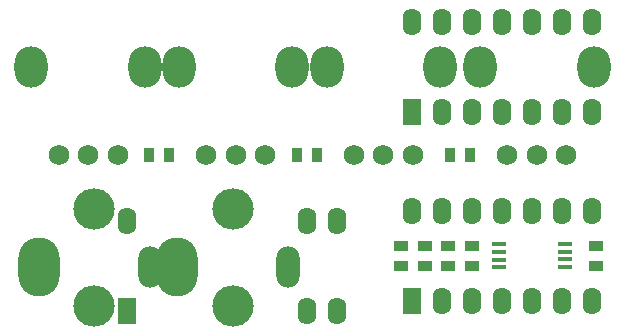
<source format=gts>
%FSLAX46Y46*%
G04 Gerber Fmt 4.6, Leading zero omitted, Abs format (unit mm)*
G04 Created by KiCad (PCBNEW (2014-09-02 BZR 5112)-product) date 2015-04-11 10:31:41 PM*
%MOMM*%
G01*
G04 APERTURE LIST*
%ADD10C,0.100000*%
%ADD11R,1.574800X2.286000*%
%ADD12O,1.574800X2.286000*%
%ADD13R,0.812800X1.143000*%
%ADD14R,1.143000X0.812800*%
%ADD15O,2.800000X3.500000*%
%ADD16C,1.750000*%
%ADD17R,1.300480X0.299720*%
%ADD18O,3.500000X5.000000*%
%ADD19O,2.000000X3.500000*%
%ADD20O,3.500000X3.500000*%
G04 APERTURE END LIST*
D10*
D11*
X100330000Y-59690000D03*
D12*
X100330000Y-52070000D03*
X115570000Y-59690000D03*
X118110000Y-59690000D03*
X118110000Y-52070000D03*
X115570000Y-52070000D03*
D11*
X124380000Y-42810000D03*
D12*
X126920000Y-42810000D03*
X129460000Y-42810000D03*
X132000000Y-42810000D03*
X134540000Y-42810000D03*
X137080000Y-42810000D03*
X139620000Y-42810000D03*
X139620000Y-35190000D03*
X137080000Y-35190000D03*
X134540000Y-35190000D03*
X132000000Y-35190000D03*
X129460000Y-35190000D03*
X126920000Y-35190000D03*
X124380000Y-35190000D03*
D11*
X124380000Y-58810000D03*
D12*
X126920000Y-58810000D03*
X129460000Y-58810000D03*
X132000000Y-58810000D03*
X134540000Y-58810000D03*
X137080000Y-58810000D03*
X139620000Y-58810000D03*
X139620000Y-51190000D03*
X137080000Y-51190000D03*
X134540000Y-51190000D03*
X132000000Y-51190000D03*
X129460000Y-51190000D03*
X126920000Y-51190000D03*
X124380000Y-51190000D03*
D13*
X103850900Y-46500000D03*
X102149100Y-46500000D03*
X116350900Y-46500000D03*
X114649100Y-46500000D03*
X127649100Y-46500000D03*
X129350900Y-46500000D03*
D14*
X123500000Y-54149100D03*
X123500000Y-55850900D03*
X125500000Y-54149100D03*
X125500000Y-55850900D03*
X127500000Y-54149100D03*
X127500000Y-55850900D03*
X129500000Y-54149100D03*
X129500000Y-55850900D03*
X140000000Y-54149100D03*
X140000000Y-55850900D03*
D15*
X101800000Y-39000000D03*
X92200000Y-39000000D03*
D16*
X99500000Y-46500000D03*
X97000000Y-46500000D03*
X94500000Y-46500000D03*
D15*
X114300000Y-39000000D03*
X104700000Y-39000000D03*
D16*
X112000000Y-46500000D03*
X109500000Y-46500000D03*
X107000000Y-46500000D03*
D15*
X126800000Y-39000000D03*
X117200000Y-39000000D03*
D16*
X124500000Y-46500000D03*
X122000000Y-46500000D03*
X119500000Y-46500000D03*
D15*
X139800000Y-39000000D03*
X130200000Y-39000000D03*
D16*
X137500000Y-46500000D03*
X135000000Y-46500000D03*
X132500000Y-46500000D03*
D17*
X131806000Y-54044600D03*
X131806000Y-54679600D03*
X131806000Y-55340000D03*
X131806000Y-55975000D03*
X137394000Y-55975000D03*
X137394000Y-55327300D03*
X137394000Y-54679600D03*
X137394000Y-54031900D03*
D18*
X92800000Y-56000000D03*
D19*
X102200000Y-56000000D03*
D20*
X97500000Y-51100000D03*
X97500000Y-59300000D03*
D18*
X104550000Y-56000000D03*
D19*
X113950000Y-56000000D03*
D20*
X109250000Y-51100000D03*
X109250000Y-59300000D03*
M02*

</source>
